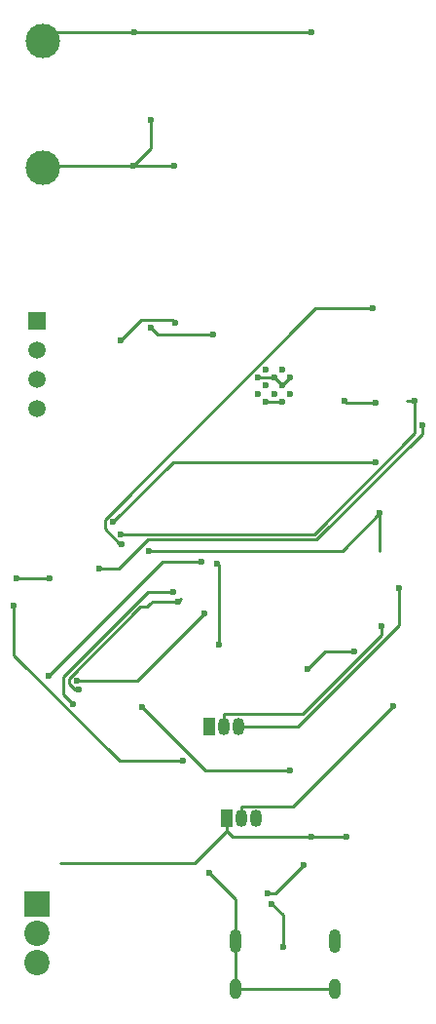
<source format=gbr>
%TF.GenerationSoftware,KiCad,Pcbnew,8.0.4*%
%TF.CreationDate,2025-07-24T11:12:47+05:30*%
%TF.ProjectId,SIH Smart Irrigation System,53494820-536d-4617-9274-204972726967,rev?*%
%TF.SameCoordinates,Original*%
%TF.FileFunction,Copper,L2,Bot*%
%TF.FilePolarity,Positive*%
%FSLAX46Y46*%
G04 Gerber Fmt 4.6, Leading zero omitted, Abs format (unit mm)*
G04 Created by KiCad (PCBNEW 8.0.4) date 2025-07-24 11:12:47*
%MOMM*%
%LPD*%
G01*
G04 APERTURE LIST*
%TA.AperFunction,ComponentPad*%
%ADD10R,2.200000X2.200000*%
%TD*%
%TA.AperFunction,ComponentPad*%
%ADD11C,2.200000*%
%TD*%
%TA.AperFunction,ComponentPad*%
%ADD12C,3.000000*%
%TD*%
%TA.AperFunction,ComponentPad*%
%ADD13R,1.500000X1.500000*%
%TD*%
%TA.AperFunction,ComponentPad*%
%ADD14C,1.500000*%
%TD*%
%TA.AperFunction,ComponentPad*%
%ADD15O,1.000000X2.100000*%
%TD*%
%TA.AperFunction,ComponentPad*%
%ADD16O,1.000000X1.800000*%
%TD*%
%TA.AperFunction,ComponentPad*%
%ADD17R,1.050000X1.500000*%
%TD*%
%TA.AperFunction,ComponentPad*%
%ADD18O,1.050000X1.500000*%
%TD*%
%TA.AperFunction,HeatsinkPad*%
%ADD19C,0.600000*%
%TD*%
%TA.AperFunction,ViaPad*%
%ADD20C,0.600000*%
%TD*%
%TA.AperFunction,Conductor*%
%ADD21C,0.250000*%
%TD*%
G04 APERTURE END LIST*
D10*
%TO.P,J1,1,Pin_1*%
%TO.N,GND*%
X138000000Y-130826000D03*
D11*
%TO.P,J1,2,Pin_2*%
%TO.N,Net-(J1-Pin_2)*%
X138000000Y-133366000D03*
%TO.P,J1,3,Pin_3*%
%TO.N,Net-(J1-Pin_3)*%
X138000000Y-135906000D03*
%TD*%
D12*
%TO.P,J3,1,Pin_1*%
%TO.N,+12V*%
X138500000Y-55906000D03*
%TD*%
%TO.P,J4,1,Pin_1*%
%TO.N,GND*%
X138500000Y-66906000D03*
%TD*%
D13*
%TO.P,U5,1,VDD*%
%TO.N,Net-(J1-Pin_3)*%
X138000000Y-80193500D03*
D14*
%TO.P,U5,2,DATA*%
%TO.N,Net-(U1-IO4)*%
X138000000Y-82733500D03*
%TO.P,U5,3,NC*%
%TO.N,unconnected-(U5-NC-Pad3)*%
X138000000Y-85273500D03*
%TO.P,U5,4,GND*%
%TO.N,GND*%
X138000000Y-87813500D03*
%TD*%
D15*
%TO.P,J2,S1,SHIELD*%
%TO.N,Net-(J2-SHIELD)*%
X155225400Y-134039800D03*
D16*
X155225400Y-138219800D03*
D15*
X163865400Y-134039800D03*
D16*
X163865400Y-138219800D03*
%TD*%
D17*
%TO.P,Q1,1,E*%
%TO.N,GND*%
X152960000Y-115406000D03*
D18*
%TO.P,Q1,2,B*%
%TO.N,Net-(Q1-B)*%
X154230000Y-115406000D03*
%TO.P,Q1,3,C*%
%TO.N,Net-(Q1-C)*%
X155500000Y-115406000D03*
%TD*%
D19*
%TO.P,U1,39,GND*%
%TO.N,GND*%
X157200000Y-85106000D03*
X157200000Y-86506000D03*
X157900000Y-84406000D03*
X157900000Y-85806000D03*
X157900000Y-87206000D03*
X158600000Y-85106000D03*
X158600000Y-86506000D03*
X159300000Y-84406000D03*
X159300000Y-85806000D03*
X159300000Y-87206000D03*
X160000000Y-85106000D03*
X160000000Y-86506000D03*
%TD*%
D17*
%TO.P,Q2,1,E*%
%TO.N,GND*%
X154460000Y-123406000D03*
D18*
%TO.P,Q2,2,B*%
%TO.N,Net-(Q2-B)*%
X155730000Y-123406000D03*
%TO.P,Q2,3,C*%
%TO.N,Net-(Q2-C)*%
X157000000Y-123406000D03*
%TD*%
D20*
%TO.N,GND*%
X164864900Y-125002600D03*
X147874500Y-62750500D03*
X149935400Y-66719000D03*
X146339100Y-66719000D03*
X161801400Y-125002600D03*
%TO.N,+12V*%
X161868000Y-55169800D03*
X146388700Y-55169800D03*
%TO.N,Net-(J1-Pin_3)*%
X147123300Y-113712500D03*
X159990300Y-119183200D03*
%TO.N,Net-(U3-VR_DIG)*%
X152499400Y-105568200D03*
X141431500Y-111416000D03*
%TO.N,Net-(U3-VR_ANA)*%
X135948400Y-104918500D03*
X150637500Y-118388000D03*
%TO.N,Net-(J2-SHIELD)*%
X152954300Y-128140600D03*
%TO.N,Net-(U1-EN)*%
X145280300Y-81846900D03*
X150010900Y-80355200D03*
%TO.N,Net-(Q2-C)*%
X153663200Y-101275100D03*
X153777300Y-108277300D03*
X147849000Y-80751900D03*
X153284800Y-81357100D03*
%TO.N,Net-(U3-VR_PA)*%
X136187500Y-102504300D03*
X139021500Y-102521700D03*
%TO.N,Net-(J1-Pin_2)*%
X141095400Y-113452800D03*
X149821800Y-103700000D03*
%TO.N,Net-(U2-VBUS)*%
X161135900Y-127468900D03*
X158011100Y-129928800D03*
%TO.N,Net-(U2-D+)*%
X158396100Y-130822000D03*
X159369700Y-134551700D03*
%TO.N,Net-(Q1-C)*%
X169459800Y-103409100D03*
%TO.N,Net-(Q1-B)*%
X167934300Y-106713100D03*
%TO.N,Net-(Q2-B)*%
X168950400Y-113600300D03*
%TO.N,Net-(U1-IO4)*%
X147674200Y-100134200D03*
X167773300Y-96910300D03*
%TO.N,Net-(U2-~{DTR})*%
X161517000Y-110461700D03*
X165531300Y-108918500D03*
%TO.N,Net-(U1-IO26)*%
X152310500Y-101098800D03*
X138956800Y-111049800D03*
%TO.N,Net-(U1-IO18)*%
X167408900Y-92448500D03*
X144576600Y-97655700D03*
%TO.N,Net-(U1-IO14)*%
X141633000Y-112217800D03*
X150231900Y-104559400D03*
%TO.N,Net-(U1-IO5)*%
X143357800Y-101725000D03*
X171455000Y-89270100D03*
%TO.N,Net-(U1-RXD0{slash}IO3)*%
X167446300Y-87338100D03*
X164754300Y-87176500D03*
%TO.N,Net-(U1-IO19)*%
X170795000Y-87176500D03*
X145241500Y-98704300D03*
%TO.N,Net-(U1-IO23)*%
X167161800Y-79134100D03*
X145334500Y-99545200D03*
%TD*%
D21*
%TO.N,GND*%
X159300000Y-87206000D02*
X157900000Y-87206000D01*
X146339100Y-66719000D02*
X138687000Y-66719000D01*
X164864900Y-125002600D02*
X161801400Y-125002600D01*
X154460000Y-124482700D02*
X154979900Y-125002600D01*
X154979900Y-125002600D02*
X161801400Y-125002600D01*
X147874500Y-65183600D02*
X146339100Y-66719000D01*
X138687000Y-66719000D02*
X138500000Y-66906000D01*
X159300000Y-85806000D02*
X160000000Y-85106000D01*
X146339100Y-66719000D02*
X149935400Y-66719000D01*
X140000000Y-127246000D02*
X151696700Y-127246000D01*
X147874500Y-62750500D02*
X147874500Y-65183600D01*
X154460000Y-123406000D02*
X154460000Y-124482700D01*
X157200000Y-85106000D02*
X158600000Y-85106000D01*
X151696700Y-127246000D02*
X154460000Y-124482700D01*
X158600000Y-85106000D02*
X159300000Y-85806000D01*
%TO.N,+12V*%
X139236200Y-55169800D02*
X138500000Y-55906000D01*
X146388700Y-55169800D02*
X139236200Y-55169800D01*
X161868000Y-55169800D02*
X146388700Y-55169800D01*
%TO.N,Net-(J1-Pin_3)*%
X159990300Y-119183200D02*
X152594000Y-119183200D01*
X152594000Y-119183200D02*
X147123300Y-113712500D01*
%TO.N,Net-(U3-VR_DIG)*%
X146651700Y-111415900D02*
X141431500Y-111415900D01*
X141431500Y-111415900D02*
X141431500Y-111416000D01*
X152499400Y-105568200D02*
X146651700Y-111415900D01*
%TO.N,Net-(U3-VR_ANA)*%
X145144300Y-118388000D02*
X150637500Y-118388000D01*
X135948400Y-109192100D02*
X145144300Y-118388000D01*
X135948400Y-104918500D02*
X135948400Y-109192100D01*
%TO.N,Net-(J2-SHIELD)*%
X155225400Y-130411700D02*
X152954300Y-128140600D01*
X155225400Y-134039800D02*
X155225400Y-130411700D01*
X155225400Y-138219800D02*
X155225400Y-134039800D01*
X155225400Y-138219800D02*
X163865400Y-138219800D01*
%TO.N,Net-(U1-EN)*%
X147042800Y-80084400D02*
X149740100Y-80084400D01*
X145280300Y-81846900D02*
X147042800Y-80084400D01*
X149740100Y-80084400D02*
X150010900Y-80355200D01*
%TO.N,Net-(Q2-C)*%
X153777300Y-101389200D02*
X153663200Y-101275100D01*
X147849000Y-80751900D02*
X148454200Y-81357100D01*
X153777300Y-108277300D02*
X153777300Y-101389200D01*
X148454200Y-81357100D02*
X153284800Y-81357100D01*
%TO.N,Net-(U3-VR_PA)*%
X136187500Y-102504300D02*
X136204900Y-102521700D01*
X136204900Y-102521700D02*
X139021500Y-102521700D01*
%TO.N,Net-(J1-Pin_2)*%
X140236600Y-112594000D02*
X140236600Y-111085500D01*
X141095400Y-113452800D02*
X140236600Y-112594000D01*
X147622100Y-103700000D02*
X149821800Y-103700000D01*
X140236600Y-111085500D02*
X147622100Y-103700000D01*
%TO.N,Net-(U2-VBUS)*%
X158676000Y-129928800D02*
X158011100Y-129928800D01*
X161135900Y-127468900D02*
X158676000Y-129928800D01*
%TO.N,Net-(U2-D+)*%
X159369700Y-131795600D02*
X158396100Y-130822000D01*
X159369700Y-134551700D02*
X159369700Y-131795600D01*
%TO.N,Net-(Q1-C)*%
X169459700Y-106609600D02*
X169459700Y-103409100D01*
X169459700Y-103409100D02*
X169459800Y-103409100D01*
X160663300Y-115406000D02*
X169459700Y-106609600D01*
X156351700Y-115406000D02*
X160663300Y-115406000D01*
X155500000Y-115406000D02*
X156351700Y-115406000D01*
%TO.N,Net-(Q1-B)*%
X161045200Y-114329300D02*
X154230000Y-114329300D01*
X154230000Y-115406000D02*
X154230000Y-114329300D01*
X167934300Y-107440200D02*
X161045200Y-114329300D01*
X167934300Y-106713100D02*
X167934300Y-107440200D01*
%TO.N,Net-(Q2-B)*%
X155730000Y-123406000D02*
X155730000Y-122329300D01*
X155730000Y-122329300D02*
X160221400Y-122329300D01*
X160221400Y-122329300D02*
X168950400Y-113600300D01*
%TO.N,Net-(U1-IO4)*%
X167773300Y-96910300D02*
X164549400Y-100134200D01*
X167773300Y-100134200D02*
X167773300Y-96910300D01*
X167773300Y-96910300D02*
X167773300Y-100134200D01*
X164549400Y-100134200D02*
X147674200Y-100134200D01*
%TO.N,Net-(U2-~{DTR})*%
X165531300Y-108918500D02*
X163060200Y-108918500D01*
X163060200Y-108918500D02*
X161517000Y-110461700D01*
%TO.N,Net-(U1-IO26)*%
X138956800Y-111049800D02*
X138956600Y-111050000D01*
X138956600Y-111050000D02*
X138956800Y-111049800D01*
X148907800Y-101098800D02*
X138956600Y-111050000D01*
X138956600Y-111050000D02*
X138956800Y-111049800D01*
X152310500Y-101098800D02*
X148907800Y-101098800D01*
%TO.N,Net-(U1-IO18)*%
X149783800Y-92448500D02*
X144576600Y-97655700D01*
X144576600Y-97655700D02*
X144533700Y-97698600D01*
X144533700Y-97698600D02*
X144576600Y-97655700D01*
X167408900Y-92448500D02*
X167408900Y-92446900D01*
X167408900Y-92446900D02*
X167408900Y-92448500D01*
X167408900Y-92448500D02*
X149783800Y-92448500D01*
%TO.N,Net-(U1-IO14)*%
X148001400Y-104559400D02*
X150231900Y-104559400D01*
X150464300Y-104327000D02*
X150231900Y-104559400D01*
X147549700Y-105011100D02*
X147814300Y-104746500D01*
X147814300Y-104746500D02*
X148001400Y-104559400D01*
X147814300Y-104746500D02*
X148001400Y-104559400D01*
X140724700Y-111236200D02*
X146949800Y-105011100D01*
X140724700Y-111661000D02*
X140724700Y-111236200D01*
X141281500Y-112217800D02*
X140724700Y-111661000D01*
X150231900Y-104559400D02*
X150464300Y-104327000D01*
X146949800Y-105011100D02*
X147549700Y-105011100D01*
X141633000Y-112217800D02*
X141281500Y-112217800D01*
%TO.N,Net-(U1-IO5)*%
X171455000Y-89981400D02*
X171455000Y-89270100D01*
X171455000Y-89270100D02*
X171455000Y-89981400D01*
X171455000Y-89981400D02*
X171455000Y-89270100D01*
X145058200Y-101725000D02*
X147603700Y-99179500D01*
X162256900Y-99179500D02*
X171455000Y-89981400D01*
X143357800Y-101725000D02*
X145058200Y-101725000D01*
X147603700Y-99179500D02*
X162256900Y-99179500D01*
%TO.N,Net-(U1-RXD0{slash}IO3)*%
X167446300Y-87338100D02*
X164915900Y-87338100D01*
X164915900Y-87338100D02*
X164754300Y-87176500D01*
%TO.N,Net-(U1-IO19)*%
X170795000Y-89960700D02*
X162051400Y-98704300D01*
X170795000Y-87176500D02*
X170126500Y-87176500D01*
X162051400Y-98704300D02*
X145241500Y-98704300D01*
X170795000Y-87176500D02*
X170795000Y-89960700D01*
X170126500Y-87176500D02*
X170795000Y-87176500D01*
%TO.N,Net-(U1-IO23)*%
X167161800Y-79134100D02*
X162203600Y-79134100D01*
X143903900Y-98252900D02*
X145196200Y-99545200D01*
X145196200Y-99545200D02*
X145334500Y-99545200D01*
X162203600Y-79134100D02*
X143903900Y-97433800D01*
X143903900Y-97433800D02*
X143903900Y-98252900D01*
%TD*%
M02*

</source>
